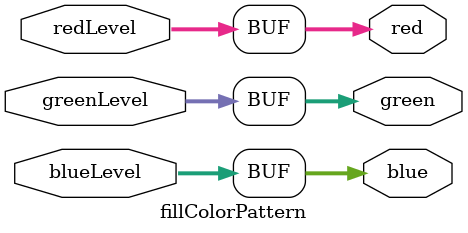
<source format=v>
module fillColorPattern(
input [3:0] redLevel,
input [3:0] greenLevel,
input [3:0] blueLevel,
output [3:0] red,
output [3:0] green,
output [3:0] blue);

assign red = redLevel;
assign green =  greenLevel;
assign blue =  blueLevel;

endmodule
</source>
